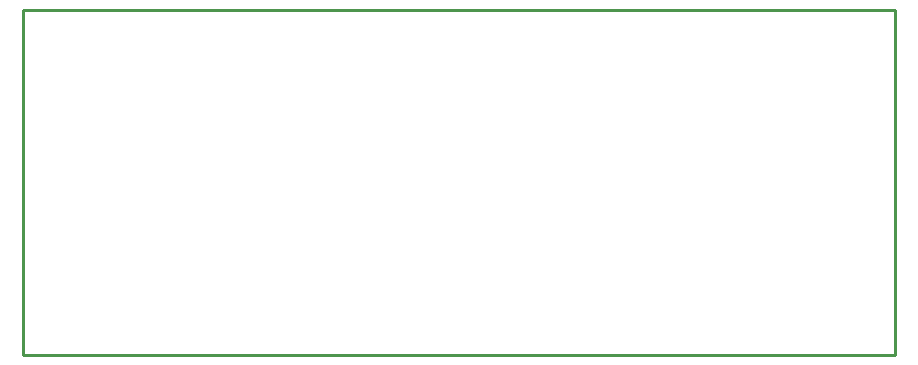
<source format=gko>
%FSLAX43Y43*%
%MOMM*%
G71*
G01*
G75*
%ADD10R,1.800X1.600*%
%ADD11C,1.000*%
%ADD12C,2.000*%
%ADD13C,0.500*%
%ADD14C,3.000*%
%ADD15R,3.000X3.000*%
%ADD16R,1.500X1.500*%
%ADD17C,1.500*%
%ADD18C,1.270*%
%ADD19C,0.400*%
%ADD20R,2.003X1.803*%
%ADD21C,3.203*%
%ADD22R,3.203X3.203*%
%ADD23R,1.703X1.703*%
%ADD24C,1.703*%
%ADD25C,1.473*%
%ADD26C,0.250*%
D26*
X-69500Y-2900D02*
X4300D01*
Y26300D01*
X-69500D02*
X4300D01*
X-69500Y-2800D02*
Y26300D01*
M02*

</source>
